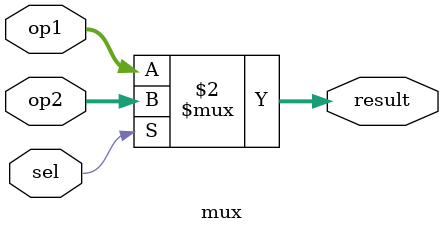
<source format=v>
module mux (sel, op1, op2, result);
  
  input sel;
  input [15:0] op1;
  input [15:0] op2;
  
  output [15:0] result;
   
  assign result = (sel == 1'b0) ? op1 : op2;
endmodule
</source>
